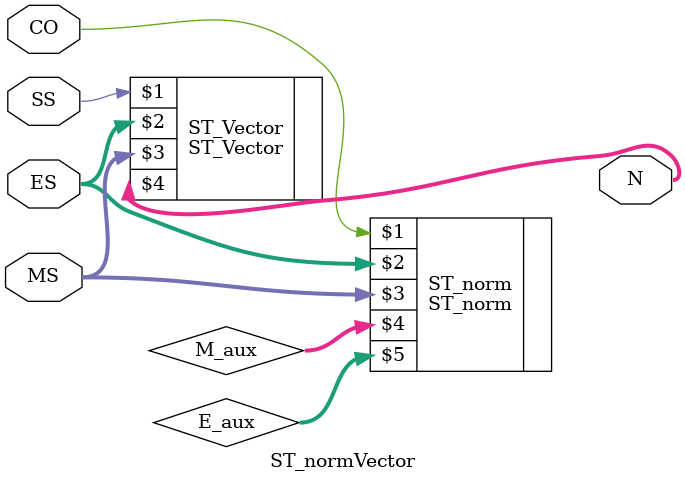
<source format=v>
module ST_normVector (
	input SS,
	input CO,
	input [7:0] ES,
	input [27:0] MS,
	output [31:0] N
	);
       
       wire [7:0] E_aux;
	   wire [22:0] M_aux;
	   ST_norm ST_norm (
	         CO,
	         ES,
	         MS,
	         M_aux,
	         E_aux
	    );

	   ST_Vector ST_Vector(
	           SS,
	           ES,
	           MS,
	           N
	    );

endmodule

</source>
